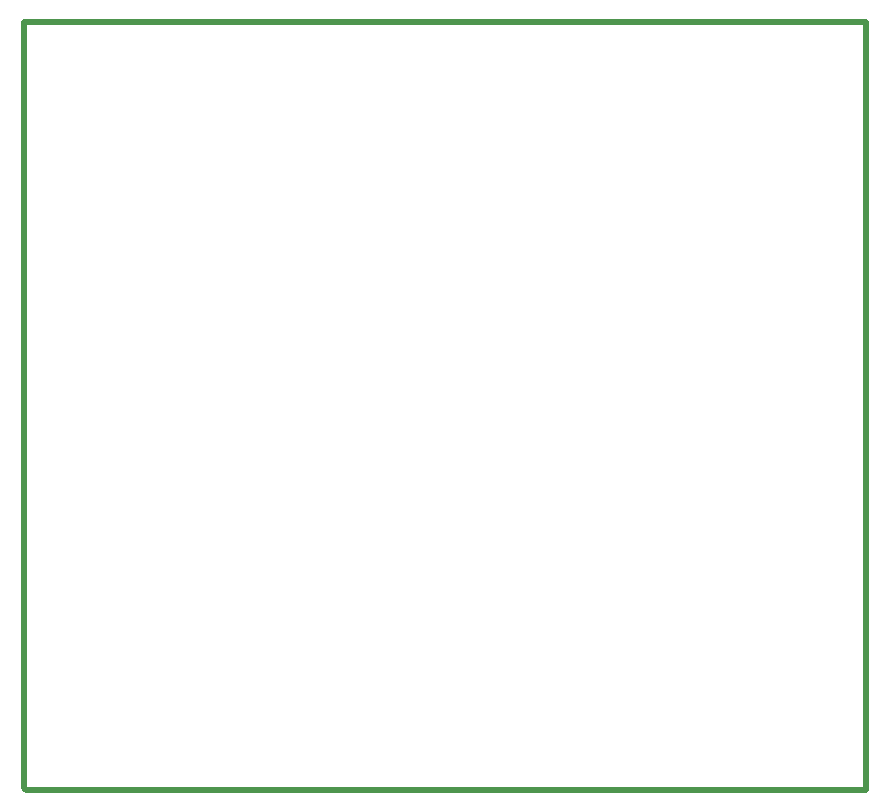
<source format=gm1>
G04*
G04 #@! TF.GenerationSoftware,Altium Limited,Altium Designer,22.1.2 (22)*
G04*
G04 Layer_Color=16711935*
%FSLAX25Y25*%
%MOIN*%
G70*
G04*
G04 #@! TF.SameCoordinates,85E22B33-0606-49F9-AEB4-7B2C3894542D*
G04*
G04*
G04 #@! TF.FilePolarity,Positive*
G04*
G01*
G75*
%ADD44C,0.01968*%
D44*
X-9500Y-13000D02*
Y242500D01*
Y-13000D02*
X-9000Y-13500D01*
X271000D01*
Y242500D01*
X-9500D02*
X271000D01*
M02*

</source>
